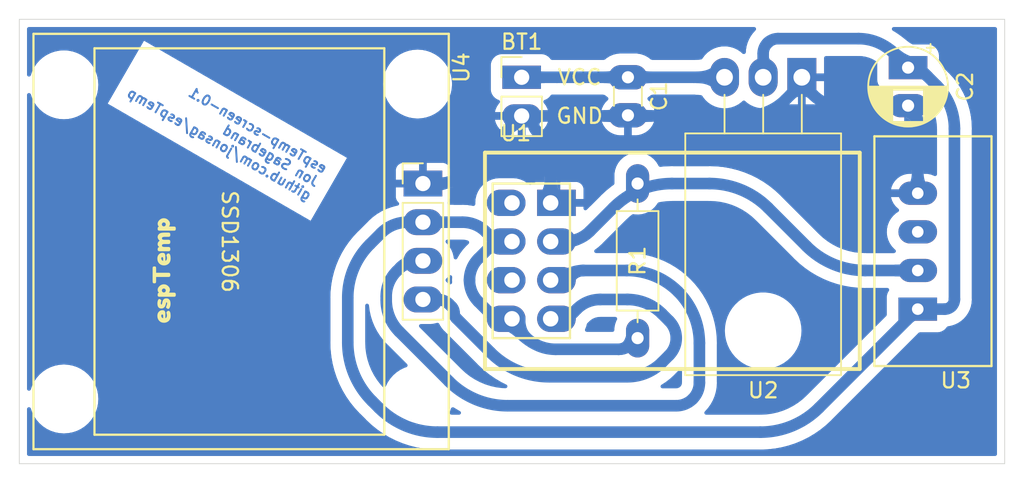
<source format=kicad_pcb>
(kicad_pcb (version 20240108) (generator "pcbnew") (generator_version "8.0")
  (title_block (title "espTemp-screen") (date "2022-12-15") (rev "0.1"))
  (layers (0 "F.Cu" signal) (31 "B.Cu" signal) (34 "B.Paste" user) (35 "F.Paste" user) (36 "B.SilkS" user "B.Silkscreen") (37 "F.SilkS" user "F.Silkscreen") (38 "B.Mask" user) (39 "F.Mask" user) (44 "Edge.Cuts" user))
  (net 0 "")
  (net 1 "GND")
  (net 2 "Net-(BT1-Pad1)")
  (net 3 "+3V3")
  (net 6 "TempSignal")
  (net 8 "SCL")
  (net 9 "SDA")
  (footprint "My_Headers:2-pin_power_input_header_larger_pads" (layer "F.Cu") (at 138.43 76.835)
    (property "Reference" "BT1" (at 0 -2.33 0) (layer "F.SilkS"))
    (property "Value" "3.6V" (hide yes))
    (fp_text user "GND" (at 3.81 2.54 0) (layer "F.SilkS"))
    (fp_text user "VCC" (at 3.81 0 0) (layer "F.SilkS"))
    (pad "1" thru_hole rect (at 0 0) (size 2.54 1.524) (drill 1) (layers "*.Cu" "*.Mask") (net 2 "Net-(BT1-Pad1)"))
    (pad "2" thru_hole oval (at 0 2.54) (size 2.54 1.524) (drill 1) (layers "*.Cu" "*.Mask") (net 1 "GND"))
  )
  (footprint "My_Misc:C_Disc_D3.0mm_W1.6mm_P2.50mm_larg" (layer "F.Cu") (at 145.415 76.835 -90)
    (property "Reference" "C1" (at 1.25 -2.05 90) (layer "F.SilkS"))
    (property "Value" "100n")
    (pad "1" thru_hole oval (at 0 0 270) (size 1.6 2.54) (drill 0.8) (layers "*.Cu" "*.Mask") (net 2 "Net-(BT1-Pad1)"))
    (pad "2" thru_hole oval (at 2.5 0 270) (size 1.6 2.54) (drill 0.8) (layers "*.Cu" "*.Mask") (net 1 "GND"))
  )
  (footprint "My_Misc:R_Axial_DIN0207_L6.3mm_D2.5mm_P10.16mm_Horizontal_larger_pads" (layer "F.Cu") (at 146.05 93.98 90)
    (property "Reference" "R1" (at 5.08 0 90) (layer "F.SilkS"))
    (property "Value" "4.7k" (hide yes))
    (pad "1" thru_hole oval (at 0 0 90) (size 2.54 1.524) (drill 0.8) (layers "*.Cu" "*.Mask") (net 3 "+3V3"))
    (pad "2" thru_hole oval (at 10.16 0 90) (size 2.54 1.524) (drill 0.8) (layers "*.Cu" "*.Mask") (net 6 "TempSignal"))
  )
  (footprint "My_Arduino:ESP-01_w_pin_socket_large" (layer "F.Cu") (at 137.795 85.09)
    (property "Reference" "U1" (at 0.254 -4.572 0) (layer "F.SilkS"))
    (property "Value" "ESP-01")
    (pad "1" thru_hole rect (at 2.54 0) (size 2.54 1.7272) (drill 1.016 (offset 0.381 0)) (layers "*.Cu" "*.Mask") (net 1 "GND"))
    (pad "2" thru_hole oval (at 0 0) (size 2.54 1.7272) (drill 1.016 (offset -0.381 0)) (layers "*.Cu" "*.Mask"))
    (pad "3" thru_hole oval (at 2.54 2.54) (size 2.54 1.7272) (drill 1.016 (offset 0.381 0)) (layers "*.Cu" "*.Mask") (net 6 "TempSignal"))
    (pad "4" thru_hole oval (at 0 2.54) (size 2.54 1.7272) (drill 1.016 (offset -0.381 0)) (layers "*.Cu" "*.Mask") (net 3 "+3V3"))
    (pad "5" thru_hole oval (at 2.54 5.08) (size 2.54 1.7272) (drill 1.016 (offset 0.381 0)) (layers "*.Cu" "*.Mask") (net 8 "SCL"))
    (pad "6" thru_hole oval (at 0 5.08) (size 2.54 1.7272) (drill 1.016 (offset -0.381 0)) (layers "*.Cu" "*.Mask"))
    (pad "7" thru_hole oval (at 2.54 7.62) (size 2.54 1.7272) (drill 1.016 (offset 0.381 0)) (layers "*.Cu" "*.Mask") (net 9 "SDA"))
    (pad "8" thru_hole oval (at 0 7.62) (size 2.54 1.7272) (drill 1.016 (offset -0.381 0)) (layers "*.Cu" "*.Mask") (net 3 "+3V3"))
  )
  (footprint "My_Misc:TO-220-3_Horizontal_TabDown_large" (layer "F.Cu") (at 156.845 76.835 180)
    (property "Reference" "U2" (at 2.54 -20.58 180) (layer "F.SilkS"))
    (property "Value" "LD1117S33TR_SOT223" (hide yes))
    (pad "" np_thru_hole oval (at 2.54 -16.66 180) (size 3.5 3.5) (drill 3.5) (layers "*.Cu" "*.Mask"))
    (pad "1" thru_hole rect (at 0 0 180) (size 1.905 2.54) (drill 1.1) (layers "*.Cu" "*.Mask") (net 1 "GND"))
    (pad "2" thru_hole oval (at 2.54 0 180) (size 1.905 2.54) (drill 1.1) (layers "*.Cu" "*.Mask") (net 3 "+3V3"))
    (pad "3" thru_hole oval (at 5.08 0 180) (size 1.905 2.54) (drill 1.1) (layers "*.Cu" "*.Mask") (net 2 "Net-(BT1-Pad1)"))
  )
  (footprint "My_Parts:DHT22,RHT03,CM2303_100mil_large" (layer "F.Cu") (at 164.465 92.075 180)
    (property "Reference" "U3" (at -2.5 -4.69 0) (layer "F.SilkS"))
    (property "Value" "DHT22,CM2303" (hide yes))
    (pad "1" thru_hole rect (at 0 0 180) (size 2.54 1.524) (drill 0.762) (layers "*.Cu" "*.Mask") (net 3 "+3V3"))
    (pad "2" thru_hole oval (at 0 2.54 180) (size 2.54 1.524) (drill 0.762) (layers "*.Cu" "*.Mask") (net 6 "TempSignal"))
    (pad "3" thru_hole oval (at 0 5.08 180) (size 2.54 1.524) (drill 0.762) (layers "*.Cu" "*.Mask"))
    (pad "4" thru_hole oval (at 0 7.62 180) (size 2.54 1.524) (drill 0.762) (layers "*.Cu" "*.Mask") (net 1 "GND"))
  )
  (footprint "My_Parts:SSD1306_I2C_0.96_OLED_display_large" (layer "F.Cu") (at 131.94 83.82 -90)
    (property "Reference" "U4" (at -7.62 -2.54 90) (layer "F.SilkS"))
    (property "Value" "SSD1306_I2C_display")
    (fp_text user "SSD1306" (at 3.81 12.7 -90) (layer "F.SilkS"))
    (pad "" np_thru_hole oval (at -6.54 0.35 270) (size 3 3) (drill 3) (layers "*.Cu" "*.Mask"))
    (pad "" np_thru_hole oval (at -6.49 23.6 270) (size 3 3) (drill 3) (layers "*.Cu" "*.Mask"))
    (pad "" np_thru_hole oval (at 14.16 23.6 270) (size 3 3) (drill 3) (layers "*.Cu" "*.Mask"))
    (pad "" np_thru_hole oval (at 14.21 0.35 270) (size 3 3) (drill 3) (layers "*.Cu" "*.Mask"))
    (pad "1" thru_hole rect (at 0 0) (size 2.54 1.7) (drill 1) (layers "*.Cu" "*.Mask") (net 1 "GND"))
    (pad "2" thru_hole oval (at 2.54 0) (size 2.54 1.7) (drill 1) (layers "*.Cu" "*.Mask") (net 3 "+3V3"))
    (pad "3" thru_hole oval (at 5.08 0) (size 2.54 1.7) (drill 1) (layers "*.Cu" "*.Mask") (net 8 "SCL"))
    (pad "4" thru_hole oval (at 7.62 0) (size 2.54 1.7) (drill 1) (layers "*.Cu" "*.Mask") (net 9 "SDA"))
  )
  (footprint "kibuzzard-62077BA3" (layer "F.Cu") (at 114.935 89.535 90)
    (property "Reference" "kibuzzard-62077BA3" (hide yes))
    (property "Value" "G***" (hide yes))
  )
  (footprint "My_Misc:CP_Radial_D5.0mm_P2.50mm_larger_pads" (layer "F.Cu") (at 163.83 76.2 -90)
    (property "Reference" "C2" (at 1.25 -3.75 90) (layer "F.SilkS"))
    (property "Value" "10u" (hide yes))
    (pad "1" thru_hole rect (at 0 0 270) (size 1.524 2.54) (drill 0.8) (layers "*.Cu" "*.Mask") (net 3 "+3V3"))
    (pad "2" thru_hole oval (at 2.5 0 270) (size 1.524 2.54) (drill 0.8) (layers "*.Cu" "*.Mask") (net 1 "GND"))
  )
  (gr_line (start 105.41 73.025) (end 170.18 73.025) (stroke (width 0.05)) (layer "Edge.Cuts"))
  (gr_line (start 170.18 73.025) (end 170.18 102.235) (stroke (width 0.05)) (layer "Edge.Cuts"))
  (gr_line (start 170.18 102.235) (end 105.41 102.235) (stroke (width 0.05)) (layer "Edge.Cuts"))
  (gr_line (start 105.41 102.235) (end 105.41 73.025) (stroke (width 0.05)) (layer "Edge.Cuts"))
  (gr_text "${TITLE}-${REVISION}\nJon Sagebrand\ngithub.com/jonsag/espTemp" (at 125.095 83.82 -30) (layer "B.Cu") (effects (font (size 0.635 0.635) (thickness 0.127)) (justify left mirror)))
  (segment (start 144.719265 79.375) (end 141.424447 79.375) (width 0.762) (layer "B.Cu") (net 1))
  (segment (start 134.708016 83.096983) (end 138.43 79.375) (width 0.762) (layer "B.Cu") (net 1))
  (segment (start 144.719265 79.375) (end 145.415 79.375) (width 0.762) (layer "B.Cu") (net 1))
  (segment (start 150.101288 79.375) (end 153.205601 79.375) (width 0.762) (layer "B.Cu") (net 1))
  (segment (start 150.101288 79.375) (end 145.415 79.375) (width 0.762) (layer "B.Cu") (net 1))
  (segment (start 132.9625 83.82) (end 131.94 83.82) (width 0.762) (layer "B.Cu") (net 1))
  (segment (start 140.335 82.627038) (end 140.335 85.09) (width 0.762) (layer "B.Cu") (net 1))
  (segment (start 141.424447 79.375) (end 139.777038 79.375) (width 0.762) (layer "B.Cu") (net 1))
  (segment (start 155.779045 78.309045) (end 156.096545 77.991545) (width 0.762) (layer "B.Cu") (net 1))
  (segment (start 163.380987 78.74) (end 159.400385 78.74) (width 0.762) (layer "B.Cu") (net 1))
  (segment (start 164.465 79.824012) (end 164.465 84.455) (width 0.762) (layer "B.Cu") (net 1))
  (arc (start 139.3825 80.3275) (mid 140.087453 81.382537) (end 140.335 82.627038) (width 0.762) (layer "B.Cu") (net 1))
  (arc (start 164.465 79.824012) (mid 164.382484 79.409178) (end 164.1475 79.0575) (width 0.762) (layer "B.Cu") (net 1))
  (arc (start 157.593455 77.991545) (mid 158.422481 78.545482) (end 159.400385 78.74) (width 0.762) (layer "B.Cu") (net 1))
  (arc (start 163.380987 78.74) (mid 163.79582 78.822515) (end 164.1475 79.0575) (width 0.762) (layer "B.Cu") (net 1))
  (arc (start 134.708016 83.096983) (mid 133.907166 83.632094) (end 132.9625 83.82) (width 0.762) (layer "B.Cu") (net 1))
  (arc (start 155.779045 78.309045) (mid 154.598339 79.097967) (end 153.205601 79.375) (width 0.762) (layer "B.Cu") (net 1))
  (arc (start 157.593455 77.991545) (mid 156.845 77.681524) (end 156.096545 77.991545) (width 0.762) (layer "B.Cu") (net 1))
  (arc (start 139.3825 80.3275) (mid 139.261548 79.719438) (end 139.777038 79.375) (width 0.762) (layer "B.Cu") (net 1))
  (segment (start 149.761572 76.835) (end 151.765 76.835) (width 0.762) (layer "B.Cu") (net 2))
  (segment (start 145.392784 76.835) (end 140.750928 76.835) (width 0.762) (layer "B.Cu") (net 2))
  (segment (start 140.750928 76.835) (end 138.43 76.835) (width 0.762) (layer "B.Cu") (net 2))
  (segment (start 145.754716 76.835) (end 145.392784 76.835) (width 0.762) (layer "B.Cu") (net 2))
  (segment (start 149.761572 76.835) (end 145.754716 76.835) (width 0.762) (layer "B.Cu") (net 2))
  (segment (start 154.305 75.272281) (end 154.305 76.835) (width 0.762) (layer "B.Cu") (net 3))
  (segment (start 136.550664 87.78916) (end 135.588712 88.751112) (width 0.762) (layer "B.Cu") (net 3))
  (segment (start 155.282281 74.295) (end 160.577961 74.295) (width 0.762) (layer "B.Cu") (net 3))
  (segment (start 154.125515 100.160521) (end 132.894484 100.160521) (width 0.762) (layer "B.Cu") (net 3))
  (segment (start 163.746579 92.79342) (end 157.973271 98.566728) (width 0.762) (layer "B.Cu") (net 3))
  (segment (start 163.582018 75.952018) (end 162.8775 75.2475) (width 0.762) (layer "B.Cu") (net 3))
  (segment (start 128.593792 98.113792) (end 129.046728 98.566728) (width 0.762) (layer "B.Cu") (net 3))
  (segment (start 138.636819 93.874301) (end 137.909014 93.146496) (width 0.762) (layer "B.Cu") (net 3))
  (segment (start 164.779379 76.447981) (end 165.704459 77.373061) (width 0.762) (layer "B.Cu") (net 3))
  (segment (start 165.481 92.075) (end 166.227931 92.075) (width 0.762) (layer "B.Cu") (net 3))
  (segment (start 137.633759 92.71) (end 137.252412 92.71) (width 0.762) (layer "B.Cu") (net 3))
  (segment (start 137.252759 87.63) (end 137.795 87.63) (width 0.762) (layer "B.Cu") (net 3))
  (segment (start 140.669149 94.71612) (end 144.793364 94.71612) (width 0.762) (layer "B.Cu") (net 3))
  (segment (start 136.327095 87.246577) (end 136.075518 86.995) (width 0.762) (layer "B.Cu") (net 3))
  (segment (start 132.956 86.36) (end 130.924 86.36) (width 0.762) (layer "B.Cu") (net 3))
  (segment (start 132.956 86.36) (end 134.542492 86.36) (width 0.762) (layer "B.Cu") (net 3))
  (segment (start 128.453999 87.813999) (end 129.189579 87.07842) (width 0.762) (layer "B.Cu") (net 3))
  (segment (start 145.68194 94.34806) (end 146.05 93.98) (width 0.762) (layer "B.Cu") (net 3))
  (segment (start 127 91.324266) (end 127 94.266036) (width 0.762) (layer "B.Cu") (net 3))
  (segment (start 136.934912 87.63) (end 137.16 87.63) (width 0.762) (layer "B.Cu") (net 3))
  (segment (start 136.326157 92.326332) (end 135.588712 91.588887) (width 0.762) (layer "B.Cu") (net 3))
  (segment (start 166.87752 80.20508) (end 166.87752 91.425411) (width 0.762) (layer "B.Cu") (net 3))
  (arc (start 136.326157 92.326332) (mid 136.751126 92.610287) (end 137.252412 92.71) (width 0.762) (layer "B.Cu") (net 3))
  (arc (start 145.68194 94.34806) (mid 145.274257 94.620464) (end 144.793364 94.71612) (width 0.762) (layer "B.Cu") (net 3))
  (arc (start 166.87752 91.425411) (mid 166.828073 91.673998) (end 166.68726 91.88474) (width 0.762) (layer "B.Cu") (net 3))
  (arc (start 129.046728 98.566728) (mid 130.812093 99.746307) (end 132.894484 100.160521) (width 0.762) (layer "B.Cu") (net 3))
  (arc (start 164.779379 76.447981) (mid 164.504702 76.264448) (end 164.180699 76.2) (width 0.762) (layer "B.Cu") (net 3))
  (arc (start 136.075518 86.995) (mid 135.372159 86.525031) (end 134.542492 86.36) (width 0.762) (layer "B.Cu") (net 3))
  (arc (start 137.795 92.871241) (mid 137.747773 92.757226) (end 137.633759 92.71) (width 0.762) (layer "B.Cu") (net 3))
  (arc (start 163.582018 75.952018) (mid 163.856695 76.135551) (end 164.180699 76.2) (width 0.762) (layer "B.Cu") (net 3))
  (arc (start 138.636819 93.874301) (mid 139.56926 94.497338) (end 140.669149 94.71612) (width 0.762) (layer "B.Cu") (net 3))
  (arc (start 166.68726 91.88474) (mid 166.476518 92.025553) (end 166.227931 92.075) (width 0.762) (layer "B.Cu") (net 3))
  (arc (start 135.00099 90.17) (mid 135.153733 90.937896) (end 135.588712 91.588887) (width 0.762) (layer "B.Cu") (net 3))
  (arc (start 136.934912 87.63) (mid 136.726958 87.671364) (end 136.550664 87.78916) (width 0.762) (layer "B.Cu") (net 3))
  (arc (start 154.591239 74.581239) (mid 154.379391 74.898291) (end 154.305 75.272281) (width 0.762) (layer "B.Cu") (net 3))
  (arc (start 135.00099 90.17) (mid 135.153733 89.402103) (end 135.588712 88.751112) (width 0.762) (layer "B.Cu") (net 3))
  (arc (start 165.704459 77.373061) (mid 166.572651 78.672402) (end 166.87752 80.20508) (width 0.762) (layer "B.Cu") (net 3))
  (arc (start 165.481 92.075) (mid 164.542338 92.261711) (end 163.746579 92.79342) (width 0.762) (layer "B.Cu") (net 3))
  (arc (start 155.282281 74.295) (mid 154.908291 74.369391) (end 154.591239 74.581239) (width 0.762) (layer "B.Cu") (net 3))
  (arc (start 162.8775 75.2475) (mid 161.822462 74.542546) (end 160.577961 74.295) (width 0.762) (layer "B.Cu") (net 3))
  (arc (start 157.973271 98.566728) (mid 156.207905 99.746307) (end 154.125515 100.160521) (width 0.762) (layer "B.Cu") (net 3))
  (arc (start 130.924 86.36) (mid 129.985338 86.546711) (end 129.189579 87.07842) (width 0.762) (layer "B.Cu") (net 3))
  (arc (start 136.327095 87.246577) (mid 136.751793 87.530351) (end 137.252759 87.63) (width 0.762) (layer "B.Cu") (net 3))
  (arc (start 128.453999 87.813999) (mid 127.377882 89.424523) (end 127 91.324266) (width 0.762) (layer "B.Cu") (net 3))
  (arc (start 127 94.266036) (mid 127.414213 96.348426) (end 128.593792 98.113792) (width 0.762) (layer "B.Cu") (net 3))
  (arc (start 137.795 92.871241) (mid 137.824631 93.020208) (end 137.909014 93.146496) (width 0.762) (layer "B.Cu") (net 3))
  (segment (start 161.003963 89.535) (end 164.465 89.535) (width 0.762) (layer "B.Cu") (net 6))
  (segment (start 141.2875 87.63) (end 140.335 87.63) (width 0.762) (layer "B.Cu") (net 6))
  (segment (start 142.913519 86.95648) (end 144.456207 85.413792) (width 0.762) (layer "B.Cu") (net 6))
  (segment (start 150.781036 83.82) (end 148.303963 83.82) (width 0.762) (layer "B.Cu") (net 6))
  (segment (start 154.628792 85.413792) (end 157.156207 87.941207) (width 0.762) (layer "B.Cu") (net 6))
  (arc (start 157.156207 87.941207) (mid 158.921572 89.120786) (end 161.003963 89.535) (width 0.762) (layer "B.Cu") (net 6))
  (arc (start 148.303963 83.82) (mid 146.221572 84.234213) (end 144.456207 85.413792) (width 0.762) (layer "B.Cu") (net 6))
  (arc (start 142.913519 86.95648) (mid 142.167495 87.454957) (end 141.2875 87.63) (width 0.762) (layer "B.Cu") (net 6))
  (arc (start 154.628792 85.413792) (mid 152.863426 84.234213) (end 150.781036 83.82) (width 0.762) (layer "B.Cu") (net 6))
  (segment (start 142.503494 89.535) (end 145.344683 89.535) (width 0.762) (layer "B.Cu") (net 8))
  (segment (start 140.970469 90.17) (end 140.335 90.17) (width 0.762) (layer "B.Cu") (net 8))
  (segment (start 148.596721 98.425) (end 137.508963 98.425) (width 0.762) (layer "B.Cu") (net 8))
  (segment (start 130.212499 89.585019) (end 130.47945 89.318069) (width 0.762) (layer "B.Cu") (net 8))
  (segment (start 133.661207 96.831207) (end 130.385709 93.555709) (width 0.762) (layer "B.Cu") (net 8))
  (segment (start 129.52748 91.238804) (end 129.52748 91.48376) (width 0.762) (layer "B.Cu") (net 8))
  (segment (start 150.11352 94.303836) (end 150.11352 96.908201) (width 0.762) (layer "B.Cu") (net 8))
  (segment (start 131.48876 88.9) (end 132.08 88.9) (width 0.762) (layer "B.Cu") (net 8))
  (arc (start 133.661207 96.831207) (mid 135.426572 98.010786) (end 137.508963 98.425) (width 0.762) (layer "B.Cu") (net 8))
  (arc (start 150.11352 96.908201) (mid 149.99806 97.488655) (end 149.66926 97.98074) (width 0.762) (layer "B.Cu") (net 8))
  (arc (start 149.66926 97.98074) (mid 149.177175 98.30954) (end 148.596721 98.425) (width 0.762) (layer "B.Cu") (net 8))
  (arc (start 148.71676 90.93176) (mid 149.750513 92.478881) (end 150.11352 94.303836) (width 0.762) (layer "B.Cu") (net 8))
  (arc (start 141.736982 89.8525) (mid 141.385302 90.087484) (end 140.970469 90.17) (width 0.762) (layer "B.Cu") (net 8))
  (arc (start 142.503494 89.535) (mid 142.08866 89.617515) (end 141.736982 89.8525) (width 0.762) (layer "B.Cu") (net 8))
  (arc (start 148.71676 90.93176) (mid 147.169637 89.898006) (end 145.344683 89.535) (width 0.762) (layer "B.Cu") (net 8))
  (arc (start 131.48876 88.9) (mid 130.942525 89.008652) (end 130.47945 89.318069) (width 0.762) (layer "B.Cu") (net 8))
  (arc (start 129.52748 91.48376) (mid 129.750526 92.60509) (end 130.385709 93.555709) (width 0.762) (layer "B.Cu") (net 8))
  (arc (start 130.212499 89.585019) (mid 129.70551 90.343782) (end 129.52748 91.238804) (width 0.762) (layer "B.Cu") (net 8))
  (segment (start 148.12232 95.109077) (end 147.650699 95.580699) (width 0.762) (layer "B.Cu") (net 9))
  (segment (start 145.383025 91.44) (end 143.587507 91.44) (width 0.762) (layer "B.Cu") (net 9))
  (segment (start 148.12232 92.850922) (end 147.650699 92.379301) (width 0.762) (layer "B.Cu") (net 9))
  (segment (start 141.802904 92.326577) (end 142.054482 92.075) (width 0.762) (layer "B.Cu") (net 9))
  (segment (start 132.900987 91.44) (end 132.08 91.44) (width 0.762) (layer "B.Cu") (net 9))
  (segment (start 140.234481 96.52) (end 145.383025 96.52) (width 0.762) (layer "B.Cu") (net 9))
  (segment (start 133.826084 91.916084) (end 133.6675 91.7575) (width 0.762) (layer "B.Cu") (net 9))
  (segment (start 140.877241 92.71) (end 140.335 92.71) (width 0.762) (layer "B.Cu") (net 9))
  (segment (start 134.143915 92.683397) (end 136.386725 94.926207) (width 0.762) (layer "B.Cu") (net 9))
  (arc (start 141.802904 92.326577) (mid 141.378206 92.610351) (end 140.877241 92.71) (width 0.762) (layer "B.Cu") (net 9))
  (arc (start 148.59 93.98) (mid 148.468453 94.591052) (end 148.12232 95.109077) (width 0.762) (layer "B.Cu") (net 9))
  (arc (start 133.985 92.299741) (mid 134.0263 92.507374) (end 134.143915 92.683397) (width 0.762) (layer "B.Cu") (net 9))
  (arc (start 133.6675 91.7575) (mid 133.31582 91.522515) (end 132.900987 91.44) (width 0.762) (layer "B.Cu") (net 9))
  (arc (start 147.650699 95.580699) (mid 146.610281 96.275883) (end 145.383025 96.52) (width 0.762) (layer "B.Cu") (net 9))
  (arc (start 147.650699 92.379301) (mid 146.610281 91.684116) (end 145.383025 91.44) (width 0.762) (layer "B.Cu") (net 9))
  (arc (start 148.12232 92.850922) (mid 148.468453 93.368947) (end 148.59 93.98) (width 0.762) (layer "B.Cu") (net 9))
  (arc (start 143.587507 91.44) (mid 142.757839 91.605031) (end 142.054482 92.075) (width 0.762) (layer "B.Cu") (net 9))
  (arc (start 133.826084 91.916084) (mid 133.943699 92.092107) (end 133.985 92.299741) (width 0.762) (layer "B.Cu") (net 9))
  (arc (start 136.386725 94.926207) (mid 138.15209 96.105786) (end 140.234481 96.52) (width 0.762) (layer "B.Cu") (net 9))
  (zone (net 1) (net_name "GND") (layer "B.Cu") (priority 16962) (connect_pads yes (clearance 0)) (min_thickness 0.0254) (fill yes (thermal_gap 0.508) (thermal_bridge_width 0.508))
    (polygon (pts (xy 139.954 83.3664) (xy 139.949689 83.560726) (xy 139.936913 83.72631) (xy 139.915903 83.868962) (xy 139.886891 83.994494) (xy 139.850109 84.108716) (xy 139.805788 84.217439) (xy 139.754161 84.326475) (xy 139.695459 84.441634) (xy 139.629915 84.568727) (xy 139.55776 84.713566) (xy 140.335 85.5218) (xy 141.11224 84.713566) (xy 141.040084 84.568727) (xy 140.97454 84.441634) (xy 140.915838 84.326475) (xy 140.864211 84.217439) (xy 140.81989 84.108716) (xy 140.783108 83.994494) (xy 140.754096 83.868962) (xy 140.733086 83.72631) (xy 140.72031 83.560726) (xy 140.716 83.3664)))
  )
  (zone (net 9) (net_name "SDA") (layer "B.Cu") (priority 16962) (connect_pads yes (clearance 0)) (min_thickness 0.0254) (fill yes (thermal_gap 0.508) (thermal_bridge_width 0.508))
    (polygon (pts (xy 141.657551 91.933116) (xy 141.549177 92.025708) (xy 141.445461 92.084254) (xy 141.344961 92.113456) (xy 141.24623 92.118019) (xy 141.147824 92.102647) (xy 141.0483 92.072044) (xy 140.946212 92.030913) (xy 140.840116 91.983959) (xy 140.728568 91.935886) (xy 140.610124 91.891397) (xy 139.906667 92.764604) (xy 140.945656 93.320658) (xy 141.072867 93.204702) (xy 141.192913 93.115206) (xy 141.308303 93.044838) (xy 141.421546 92.986265) (xy 141.535149 92.932155) (xy 141.65162 92.875176) (xy 141.773469 92.807996) (xy 141.903204 92.723283) (xy 142.043333 92.613706) (xy 142.196364 92.471931)))
  )
  (zone (net 2) (net_name "Net-(BT1-Pad1)") (layer "B.Cu") (priority 16962) (connect_pads yes (clearance 0)) (min_thickness 0.0254) (fill yes (thermal_gap 0.508) (thermal_bridge_width 0.508))
    (polygon (pts (xy 143.812784 77.216) (xy 143.992889 77.219309) (xy 144.147081 77.229274) (xy 144.280514 77.245947) (xy 144.398343 77.269383) (xy 144.505722 77.299634) (xy 144.607806 77.336755) (xy 144.70975 77.380798) (xy 144.816709 77.431818) (xy 144.933837 77.489867) (xy 145.066289 77.555) (xy 145.815 76.835) (xy 145.066289 76.115) (xy 144.933837 76.180132) (xy 144.816709 76.238181) (xy 144.70975 76.289201) (xy 144.607806 76.333244) (xy 144.505722 76.370365) (xy 144.398343 76.400616) (xy 144.280514 76.424052) (xy 144.147081 76.440725) (xy 143.992889 76.45069) (xy 143.812784 76.454)))
  )
  (zone (net 1) (net_name "GND") (layer "B.Cu") (priority 16962) (connect_pads yes (clearance 0)) (min_thickness 0.0254) (fill yes (thermal_gap 0.508) (thermal_bridge_width 0.508))
    (polygon (pts (xy 143.809265 79.756) (xy 143.993814 79.75915) (xy 144.151733 79.768604) (xy 144.288405 79.784363) (xy 144.409214 79.806429) (xy 144.519544 79.834805) (xy 144.624777 79.869492) (xy 144.730297 79.910493) (xy 144.841488 79.957811) (xy 144.963733 80.011447) (xy 145.102417 80.071404) (xy 145.814508 79.315167) (xy 145.031018 78.633176) (xy 144.904146 78.703386) (xy 144.791496 78.765685) (xy 144.688127 78.820197) (xy 144.589097 78.867042) (xy 144.489463 78.906345) (xy 144.384283 78.938227) (xy 144.268615 78.962811) (xy 144.137518 78.98022) (xy 143.986048 78.990575) (xy 143.809265 78.994)))
  )
  (zone (net 1) (net_name "GND") (layer "B.Cu") (priority 16962) (connect_pads yes (clearance 0)) (min_thickness 0.0254) (fill yes (thermal_gap 0.508) (thermal_bridge_width 0.508))
    (polygon (pts (xy 147.005 78.994) (xy 146.830444 78.990514) (xy 146.680935 78.980006) (xy 146.551584 78.962395) (xy 146.437498 78.937601) (xy 146.333787 78.905545) (xy 146.23556 78.866148) (xy 146.137926 78.81933) (xy 146.035994 78.765012) (xy 145.924874 78.703113) (xy 145.799674 78.633555) (xy 145.015512 79.314773) (xy 145.726856 80.071712) (xy 145.864052 80.012421) (xy 145.984924 79.959153) (xy 146.094813 79.911959) (xy 146.199056 79.870891) (xy 146.302995 79.836) (xy 146.411969 79.807337) (xy 146.531316 79.784954) (xy 146.666377 79.768902) (xy 146.822492 79.759234) (xy 147.005 79.756)))
  )
  (zone (net 2) (net_name "Net-(BT1-Pad1)") (layer "B.Cu") (priority 16962) (connect_pads yes (clearance 0)) (min_thickness 0.0254) (fill yes (thermal_gap 0.508) (thermal_bridge_width 0.508))
    (polygon (pts (xy 147.024716 76.454) (xy 146.843591 76.450724) (xy 146.688501 76.440848) (xy 146.554267 76.424293) (xy 146.435712 76.400984) (xy 146.327658 76.370843) (xy 146.224929 76.333796) (xy 146.122347 76.289764) (xy 146.014735 76.238672) (xy 145.896915 76.180442) (xy 145.763711 76.115) (xy 145.015 76.835) (xy 145.763711 77.555) (xy 145.896915 77.489557) (xy 146.014735 77.431327) (xy 146.122347 77.380235) (xy 146.224929 77.336203) (xy 146.327658 77.299156) (xy 146.435712 77.269015) (xy 146.554267 77.245706) (xy 146.688501 77.229151) (xy 146.843591 77.219275) (xy 147.024716 77.216)))
  )
  (zone (net 3) (net_name "+3V3") (layer "B.Cu") (priority 16962) (connect_pads yes (clearance 0)) (min_thickness 0.0254) (fill yes (thermal_gap 0.508) (thermal_bridge_width 0.508))
    (polygon (pts (xy 144.768317 95.09712) (xy 144.951431 95.087176) (xy 145.105895 95.060187) (xy 145.237873 95.020414) (xy 145.35353 94.972117) (xy 145.459032 94.91956) (xy 145.560544 94.867002) (xy 145.664231 94.818705) (xy 145.77626 94.778932) (xy 145.902794 94.751943) (xy 146.05 94.742) (xy 146.344479 93.738251) (xy 145.35813 93.66069) (xy 145.317217 93.758645) (xy 145.282127 93.855783) (xy 145.24917 93.949867) (xy 145.214656 94.038661) (xy 145.174898 94.119929) (xy 145.126206 94.191435) (xy 145.064891 94.250943) (xy 144.987263 94.296217) (xy 144.889635 94.325021) (xy 144.768317 94.33512)))
  )
  (zone (net 3) (net_name "+3V3") (layer "B.Cu") (priority 16962) (connect_pads yes (clearance 0)) (min_thickness 0.0254) (fill yes (thermal_gap 0.508) (thermal_bridge_width 0.508))
    (polygon (pts (xy 165.428531 76.558317) (xy 165.290174 76.424512) (xy 165.167516 76.314211) (xy 165.05737 76.222274) (xy 164.956545 76.143561) (xy 164.861855 76.072933) (xy 164.77011 76.005251) (xy 164.678122 75.935374) (xy 164.582702 75.858164) (xy 164.480663 75.76848) (xy 164.368815 75.661185) (xy 163.460924 76.105431) (xy 163.981529 76.946781) (xy 164.08586 76.92441) (xy 164.183307 76.903055) (xy 164.275326 76.885453) (xy 164.36337 76.874339) (xy 164.448897 76.872449) (xy 164.533362 76.882521) (xy 164.618221 76.907288) (xy 164.704929 76.949489) (xy 164.794941 77.011858) (xy 164.889715 77.097133)))
  )
  (zone (net 1) (net_name "GND") (layer "B.Cu") (connect_pads (clearance 0.508)) (min_thickness 0.254) (fill yes (thermal_gap 0.508) (thermal_bridge_width 0.508))
    (polygon (pts (xy 170.815 102.87) (xy 104.775 102.87) (xy 104.775 72.39) (xy 170.815 72.39)))
  )
  (zone (net 3) (net_name "+3V3") (layer "B.Cu") (priority 16962) (connect_pads yes (clearance 0)) (min_thickness 0.0254) (fill yes (thermal_gap 0.508) (thermal_bridge_width 0.508))
    (polygon (pts (xy 154.519652 74.148304) (xy 154.312456 74.327809) (xy 154.184983 74.519941) (xy 154.118356 74.720827) (xy 154.093702 74.926594) (xy 154.092145 75.133369) (xy 154.094811 75.337279) (xy 154.082824 75.534451) (xy 154.03731 75.721012) (xy 153.939394 75.893089) (xy 153.770201 76.046809) (xy 154.305 77.31125) (xy 155.16225 76.419815) (xy 155.064709 76.235604) (xy 154.95876 76.055443) (xy 154.853894 75.879489) (xy 154.759603 75.7079) (xy 154.685379 75.540833) (xy 154.640715 75.378447) (xy 154.635101 75.220898) (xy 154.678031 75.068344) (xy 154.778997 74.920944) (xy 154.94749 74.778856)))
  )
  (zone (net 3) (net_name "+3V3") (layer "B.Cu") (priority 16962) (connect_pads yes (clearance 0)) (min_thickness 0.0254) (fill yes (thermal_gap 0.508) (thermal_bridge_width 0.508))
    (polygon (pts (xy 136.504133 88.374506) (xy 136.599859 88.291959) (xy 136.692196 88.237556) (xy 136.782112 88.20792) (xy 136.870573 88.199674) (xy 136.958547 88.209442) (xy 137.047001 88.233848) (xy 137.136904 88.269514) (xy 137.229222 88.313064) (xy 137.324922 88.361122) (xy 137.424974 88.410311) (xy 138.226785 87.626447) (xy 137.184343 87.019343) (xy 137.060725 87.131685) (xy 136.94382 87.217987) (xy 136.831253 87.285453) (xy 136.720651 87.341292) (xy 136.609638 87.392708) (xy 136.49584 87.44691) (xy 136.376884 87.511102) (xy 136.250394 87.592492) (xy 136.113997 87.698286) (xy 135.965318 87.835691)))
  )
  (zone (net 2) (net_name "Net-(BT1-Pad1)") (layer "B.Cu") (priority 16962) (connect_pads yes (clearance 0)) (min_thickness 0.0254) (fill yes (thermal_gap 0.508) (thermal_bridge_width 0.508))
    (polygon (pts (xy 149.8625 77.216) (xy 150.078079 77.221676) (xy 150.260806 77.2383) (xy 150.41743 77.265262) (xy 150.554698 77.301952) (xy 150.679362 77.34776) (xy 150.798169 77.402078) (xy 150.917869 77.464295) (xy 151.04521 77.533803) (xy 151.186942 77.60999) (xy 151.349815 77.69225) (xy 152.24125 76.835) (xy 151.349815 75.97775) (xy 151.186942 76.060009) (xy 151.04521 76.136196) (xy 150.917869 76.205704) (xy 150.798169 76.267921) (xy 150.679362 76.322239) (xy 150.554698 76.368047) (xy 150.41743 76.404737) (xy 150.260806 76.431699) (xy 150.078079 76.448323) (xy 149.8625 76.454)))
  )
  (zone (net 3) (net_name "+3V3") (layer "B.Cu") (priority 16962) (connect_pads yes (clearance 0)) (min_thickness 0.0254) (fill yes (thermal_gap 0.508) (thermal_bridge_width 0.508))
    (polygon (pts (xy 139.50698 94.0477) (xy 139.308589 93.934015) (xy 139.145129 93.820286) (xy 139.012946 93.704359) (xy 138.908387 93.584079) (xy 138.827799 93.457292) (xy 138.767527 93.321847) (xy 138.723918 93.175588) (xy 138.69332 93.016362) (xy 138.672078 92.842015) (xy 138.65654 92.650394) (xy 137.580409 92.335298) (xy 137.392423 93.474026) (xy 137.606284 93.595694) (xy 137.784616 93.714041) (xy 137.937583 93.830569) (xy 138.075346 93.946786) (xy 138.208068 94.064196) (xy 138.345912 94.184305) (xy 138.499041 94.308618) (xy 138.677618 94.438642) (xy 138.891805 94.57588) (xy 139.151766 94.72184)))
  )
  (zone (net 1) (net_name "GND") (layer "B.Cu") (priority 16962) (connect_pads yes (clearance 0)) (min_thickness 0.0254) (fill yes (thermal_gap 0.508) (thermal_bridge_width 0.508))
    (polygon (pts (xy 164.846 80.034628) (xy 164.838887 79.846863) (xy 164.819583 79.687148) (xy 164.791135 79.549489) (xy 164.756591 79.427893) (xy 164.718999 79.316366) (xy 164.681407 79.208915) (xy 164.646863 79.099547) (xy 164.618415 78.982267) (xy 164.599111 78.851082) (xy 164.591999 78.7) (xy 163.610569 78.388535) (xy 163.460658 79.366505) (xy 163.555797 79.415926) (xy 163.648248 79.460158) (xy 163.736285 79.502596) (xy 163.818182 79.546636) (xy 163.892214 79.595672) (xy 163.956656 79.653099) (xy 164.00978 79.722313) (xy 164.049863 79.806709) (xy 164.075178 79.909682) (xy 164.084 80.034628)))
  )
  (zone (net 0) (net_name "") (layer "B.Cu") (connect_pads (clearance 0.508)) (min_thickness 0.254) (fill yes (thermal_gap 0.508) (thermal_bridge_width 0.508))
    (polygon (pts (xy 171.45 103.505) (xy 104.14 103.505) (xy 104.14 71.755) (xy 171.45 71.755)))
  )
  (zone (net 2) (net_name "Net-(BT1-Pad1)") (layer "B.Cu") (priority 16962) (connect_pads yes (clearance 0)) (min_thickness 0.0254) (fill yes (thermal_gap 0.508) (thermal_bridge_width 0.508))
    (polygon (pts (xy 139.952 76.454) (xy 139.781387 76.451247) (xy 139.634876 76.442859) (xy 139.507729 76.428638) (xy 139.395212 76.408387) (xy 139.292589 76.381908) (xy 139.195125 76.349005) (xy 139.098084 76.309479) (xy 138.996731 76.263135) (xy 138.886331 76.209774) (xy 138.762148 76.1492) (xy 138.049 76.835) (xy 138.762148 77.5208) (xy 138.886331 77.460225) (xy 138.996731 77.406864) (xy 139.098084 77.36052) (xy 139.195125 77.320994) (xy 139.292589 77.288091) (xy 139.395212 77.261612) (xy 139.507729 77.241361) (xy 139.634876 77.22714) (xy 139.781387 77.218752) (xy 139.952 77.216)))
  )
  (zone (net 6) (net_name "TempSignal") (layer "B.Cu") (priority 16962) (connect_pads yes (clearance 0)) (min_thickness 0.0254) (fill yes (thermal_gap 0.508) (thermal_bridge_width 0.508))
    (polygon (pts (xy 162.943 89.916) (xy 163.113612 89.918752) (xy 163.260123 89.92714) (xy 163.38727 89.941361) (xy 163.499787 89.961612) (xy 163.60241 89.988091) (xy 163.699874 90.020994) (xy 163.796915 90.06052) (xy 163.898268 90.106864) (xy 164.008668 90.160225) (xy 164.132852 90.2208) (xy 164.846 89.535) (xy 164.132852 88.8492) (xy 164.008668 88.909774) (xy 163.898268 88.963135) (xy 163.796915 89.009479) (xy 163.699874 89.049005) (xy 163.60241 89.081908) (xy 163.499787 89.108387) (xy 163.38727 89.128638) (xy 163.260123 89.142859) (xy 163.113612 89.151247) (xy 162.943 89.154)))
  )
  (zone (net 3) (net_name "+3V3") (layer "B.Cu") (priority 16962) (connect_pads yes (clearance 0)) (min_thickness 0.0254) (fill yes (thermal_gap 0.508) (thermal_bridge_width 0.508))
    (polygon (pts (xy 162.081268 75.101036) (xy 162.279689 75.229437) (xy 162.444426 75.35036) (xy 162.58015 75.467151) (xy 162.691531 75.583156) (xy 162.783241 75.701721) (xy 162.85995 75.826192) (xy 162.92633 75.959917) (xy 162.987051 76.10624) (xy 163.046785 76.268508) (xy 163.110202 76.450069) (xy 164.099407 76.469407) (xy 164.080069 75.480202) (xy 163.882528 75.404186) (xy 163.71552 75.325185) (xy 163.570724 75.242084) (xy 163.43982 75.153766) (xy 163.31449 75.059117) (xy 163.186413 74.95702) (xy 163.047271 74.84636) (xy 162.888743 74.726021) (xy 162.702512 74.594888) (xy 162.480256 74.451844)))
  )
  (zone (net 3) (net_name "+3V3") (layer "B.Cu") (priority 16962) (connect_pads yes (clearance 0)) (min_thickness 0.0254) (fill yes (thermal_gap 0.508) (thermal_bridge_width 0.508))
    (polygon (pts (xy 135.933155 92.472145) (xy 136.08622 92.613935) (xy 136.226393 92.723505) (xy 136.35618 92.808192) (xy 136.478085 92.875333) (xy 136.594616 92.932268) (xy 136.708277 92.986333) (xy 136.821574 93.044866) (xy 136.937014 93.115206) (xy 137.057101 93.20469) (xy 137.184343 93.320657) (xy 138.223341 92.764544) (xy 137.519762 91.891436) (xy 137.40128 91.935959) (xy 137.289695 91.984069) (xy 137.183564 92.031062) (xy 137.08144 92.072228) (xy 136.98188 92.102863) (xy 136.883439 92.118259) (xy 136.784672 92.113711) (xy 136.684135 92.08451) (xy 136.580382 92.025952) (xy 136.47197 91.93333)))
  )
  (zone (net 1) (net_name "GND") (layer "B.Cu") (priority 16962) (connect_pads yes (clearance 0)) (min_thickness 0.0254) (fill yes (thermal_gap 0.508) (thermal_bridge_width 0.508))
    (polygon (pts (xy 133.667187 83.31647) (xy 133.484928 83.372474) (xy 133.325257 83.402495) (xy 133.183586 83.409432) (xy 133.055326 83.396182) (xy 132.935891 83.365641) (xy 132.820692 83.320708) (xy 132.705142 83.26428) (xy 132.584653 83.199254) (xy 132.454637 83.128528) (xy 132.310506 83.055) (xy 131.515 83.82) (xy 132.310506 84.585) (xy 132.486716 84.503384) (xy 132.642588 84.43844) (xy 132.784514 84.386123) (xy 132.918886 84.342388) (xy 133.052095 84.303192) (xy 133.190534 84.264491) (xy 133.340593 84.222239) (xy 133.508666 84.172393) (xy 133.701143 84.110908) (xy 133.924417 84.03374)))
  )
  (zone (net 1) (net_name "GND") (layer "B.Cu") (priority 16962) (connect_pads yes (clearance 0)) (min_thickness 0.0254) (fill yes (thermal_gap 0.508) (thermal_bridge_width 0.508))
    (polygon (pts (xy 164.084 82.933) (xy 164.081247 83.103612) (xy 164.072859 83.250123) (xy 164.058638 83.37727) (xy 164.038387 83.489787) (xy 164.011908 83.59241) (xy 163.979005 83.689874) (xy 163.939479 83.786915) (xy 163.893135 83.888268) (xy 163.839774 83.998668) (xy 163.7792 84.122852) (xy 164.465 84.836) (xy 165.1508 84.122852) (xy 165.090225 83.998668) (xy 165.036864 83.888268) (xy 164.99052 83.786915) (xy 164.950994 83.689874) (xy 164.918091 83.59241) (xy 164.891612 83.489787) (xy 164.871361 83.37727) (xy 164.85714 83.250123) (xy 164.848752 83.103612) (xy 164.846 82.933)))
  )
  (zone (net 1) (net_name "GND") (layer "B.Cu") (priority 16962) (connect_pads yes (clearance 0)) (min_thickness 0.0254) (fill yes (thermal_gap 0.508) (thermal_bridge_width 0.508))
    (polygon (pts (xy 137.623192 80.720624) (xy 137.745778 80.601929) (xy 137.855309 80.504261) (xy 137.955271 80.42441) (xy 138.049152 80.359168) (xy 138.14044 80.305326) (xy 138.232624 80.259675) (xy 138.329191 80.219006) (xy 138.433629 80.180109) (xy 138.549425 80.139776) (xy 138.680069 80.094798) (xy 138.699407 79.105593) (xy 137.710202 79.124931) (xy 137.665223 79.255574) (xy 137.62489 79.37137) (xy 137.585994 79.475808) (xy 137.545324 79.572375) (xy 137.499673 79.664559) (xy 137.445831 79.755847) (xy 137.380589 79.849728) (xy 137.300738 79.94969) (xy 137.20307 80.059221) (xy 137.084376 80.181808)))
  )
  (zone (net 3) (net_name "+3V3") (layer "B.Cu") (priority 16962) (connect_pads yes (clearance 0)) (min_thickness 0.0254) (fill yes (thermal_gap 0.508) (thermal_bridge_width 0.508))
    (polygon (pts (xy 135.933635 87.391931) (xy 136.086665 87.533706) (xy 136.226794 87.643284) (xy 136.356528 87.727996) (xy 136.478377 87.795176) (xy 136.594849 87.852154) (xy 136.708452 87.906264) (xy 136.821695 87.964837) (xy 136.937085 88.035205) (xy 137.057132 88.124701) (xy 137.184343 88.240657) (xy 138.223333 87.684604) (xy 137.519876 86.811397) (xy 137.401431 86.855886) (xy 137.289883 86.903959) (xy 137.183787 86.950914) (xy 137.081699 86.992045) (xy 136.982174 87.022648) (xy 136.883769 87.03802) (xy 136.785038 87.033457) (xy 136.684537 87.004255) (xy 136.580822 86.945709) (xy 136.472449 86.853117)))
  )
  (zone (net 8) (net_name "SCL") (layer "B.Cu") (priority 16962) (connect_pads yes (clearance 0)) (min_thickness 0.0254) (fill yes (thermal_gap 0.508) (thermal_bridge_width 0.508))
    (polygon (pts (xy 130.650605 89.685728) (xy 130.757178 89.594359) (xy 130.859161 89.53592) (xy 130.957982 89.505877) (xy 131.05507 89.499693) (xy 131.151855 89.512833) (xy 131.249765 89.540761) (xy 131.35023 89.578944) (xy 131.45468 89.622844) (xy 131.564542 89.667927) (xy 131.681248 89.709658) (xy 132.36074 88.839978) (xy 131.338961 88.298959) (xy 131.213913 88.413388) (xy 131.096154 88.502326) (xy 130.983145 88.572864) (xy 130.872345 88.632089) (xy 130.761218 88.687093) (xy 130.647223 88.744964) (xy 130.527822 88.812792) (xy 130.400475 88.897667) (xy 130.262645 89.006677) (xy 130.111791 89.146913)))
  )
  (zone (net 1) (net_name "GND") (layer "B.Cu") (priority 16962) (connect_pads yes (clearance 0)) (min_thickness 0.0254) (fill yes (thermal_gap 0.508) (thermal_bridge_width 0.508))
    (polygon (pts (xy 162.298987 79.121) (xy 162.474845 79.123556) (xy 162.625781 79.13134) (xy 162.756777 79.144519) (xy 162.872815 79.163265) (xy 162.978877 79.187746) (xy 163.079946 79.218133) (xy 163.181003 79.254594) (xy 163.28703 79.297301) (xy 163.40301 79.346422) (xy 163.533924 79.402127) (xy 164.210485 78.68021) (xy 163.462677 78.03238) (xy 163.34348 78.098157) (xy 163.237013 78.155841) (xy 163.138738 78.205706) (xy 163.044117 78.248029) (xy 162.948612 78.283085) (xy 162.847684 78.311149) (xy 162.736796 78.332497) (xy 162.611409 78.347404) (xy 162.466985 78.356147) (xy 162.298987 78.359)))
  )
  (zone (net 8) (net_name "SCL") (layer "B.Cu") (priority 16962) (connect_pads yes (clearance 0)) (min_thickness 0.0254) (fill yes (thermal_gap 0.508) (thermal_bridge_width 0.508))
    (polygon (pts (xy 142.520008 89.154093) (xy 142.255004 89.164168) (xy 142.027253 89.195974) (xy 141.829057 89.242201) (xy 141.652717 89.295541) (xy 141.490536 89.348686) (xy 141.334817 89.394328) (xy 141.177861 89.425158) (xy 141.011971 89.433868) (xy 140.829449 89.41315) (xy 140.622598 89.355696) (xy 139.905883 90.218054) (xy 140.795594 90.900518) (xy 140.983863 90.767401) (xy 141.142883 90.630741) (xy 141.282232 90.494755) (xy 141.411488 90.363661) (xy 141.540228 90.241677) (xy 141.67803 90.133022) (xy 141.834473 90.041913) (xy 142.019134 89.972568) (xy 142.241591 89.929205) (xy 142.511422 89.916043)))
  )
  (zone (net 9) (net_name "SDA") (layer "B.Cu") (priority 16962) (connect_pads yes (clearance 0)) (min_thickness 0.0254) (fill yes (thermal_gap 0.508) (thermal_bridge_width 0.508))
    (polygon (pts (xy 133.935587 91.486774) (xy 133.776197 91.348599) (xy 133.624123 91.253394) (xy 133.478276 91.191155) (xy 133.337568 91.151877) (xy 133.20091 91.125558) (xy 133.067213 91.102193) (xy 132.93539 91.071778) (xy 132.804351 91.024309) (xy 132.673008 90.949783) (xy 132.540274 90.838195) (xy 131.515 91.44) (xy 132.310506 92.205) (xy 132.429035 92.141728) (xy 132.541963 92.07359) (xy 132.65057 92.006196) (xy 132.756138 91.945151) (xy 132.859947 91.896064) (xy 132.963279 91.864543) (xy 133.067415 91.856196) (xy 133.173636 91.87663) (xy 133.283224 91.931453) (xy 133.397459 92.026274)))
  )
  (zone (net 6) (net_name "TempSignal") (layer "B.Cu") (priority 16962) (connect_pads yes (clearance 0)) (min_thickness 0.0254) (fill yes (thermal_gap 0.508) (thermal_bridge_width 0.508))
    (polygon (pts (xy 141.991194 87.115296) (xy 141.820727 87.172477) (xy 141.671087 87.202437) (xy 141.538006 87.208431) (xy 141.417214 87.193713) (xy 141.304441 87.161539) (xy 141.195417 87.115165) (xy 141.085874 87.057844) (xy 140.971542 86.992833) (xy 140.848152 86.923387) (xy 140.711434 86.85276) (xy 139.9032 87.63) (xy 140.711434 88.40724) (xy 140.883646 88.32677) (xy 141.035444 88.261522) (xy 141.173125 88.207633) (xy 141.302989 88.161243) (xy 141.431332 88.118492) (xy 141.564454 88.075518) (xy 141.708653 88.028461) (xy 141.870225 87.973461) (xy 142.055471 87.906656) (xy 142.270688 87.824186)))
  )
)
</source>
